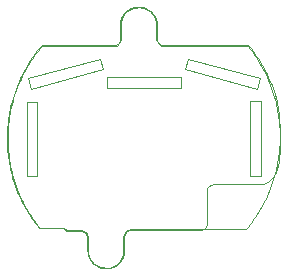
<source format=gm1>
G04*
G04 #@! TF.GenerationSoftware,Altium Limited,Altium Designer,23.0.1 (38)*
G04*
G04 Layer_Color=16711935*
%FSLAX25Y25*%
%MOIN*%
G70*
G04*
G04 #@! TF.SameCoordinates,C8DA3EBC-D80D-4B36-BEA7-CCC05AEA56C0*
G04*
G04*
G04 #@! TF.FilePolarity,Positive*
G04*
G01*
G75*
%ADD42C,0.00000*%
%ADD43C,0.00400*%
D42*
X317576Y151749D02*
X317980Y151102D01*
X318699Y150848D01*
X309333Y151983D02*
X309584Y151749D01*
X310171Y212642D02*
X309528Y211878D01*
X308903Y211101D01*
X308293Y210311D01*
X307701Y209508D01*
X307125Y208693D01*
X306567Y207866D01*
X306026Y207028D01*
X305503Y206178D01*
X304999Y205317D01*
X304512Y204446D01*
X304044Y203565D01*
X303595Y202674D01*
X303164Y201774D01*
X302753Y200865D01*
X302361Y199948D01*
X301988Y199022D01*
X301635Y198089D01*
X301301Y197149D01*
X300988Y196202D01*
X300694Y195248D01*
X300421Y194289D01*
X300168Y193323D01*
X299936Y192353D01*
X299724Y191378D01*
X299532Y190399D01*
X299361Y189416D01*
X299212Y188429D01*
X299082Y187440D01*
X298974Y186448D01*
X298887Y185454D01*
X298820Y184459D01*
X298775Y183462D01*
X298751Y182465D01*
X298748Y181467D01*
X298765Y180470D01*
X298804Y179472D01*
X298864Y178477D01*
X298945Y177482D01*
X299047Y176489D01*
X299169Y175499D01*
X299313Y174512D01*
X299477Y173528D01*
X299662Y172547D01*
X299868Y171571D01*
X300094Y170599D01*
X300341Y169633D01*
X300608Y168671D01*
X300895Y167716D01*
X301202Y166767D01*
X301529Y165824D01*
X301876Y164889D01*
X302243Y163961D01*
X302629Y163041D01*
X303034Y162129D01*
X303459Y161226D01*
X303903Y160332D01*
X304365Y159448D01*
X304846Y158574D01*
X305345Y157710D01*
X305862Y156857D01*
X306397Y156015D01*
X306950Y155184D01*
X307520Y154365D01*
X308107Y153559D01*
X308712Y152765D01*
X309332Y151984D01*
X310364Y212729D02*
X310171Y212642D01*
X334330Y212730D02*
X334300Y212732D01*
X334328Y212730D02*
X334330Y212730D01*
X334330D02*
X335297Y212871D01*
X336068Y213471D01*
X336443Y214372D01*
X336441Y214408D02*
X336443Y214372D01*
X336442Y219730D02*
X336441Y219700D01*
X348751Y219604D02*
X348654Y220599D01*
X348397Y221565D01*
X347987Y222477D01*
X347435Y223311D01*
X346755Y224044D01*
X345966Y224658D01*
X345087Y225135D01*
X344143Y225464D01*
X343158Y225636D01*
X342158Y225646D01*
X341170Y225495D01*
X340219Y225185D01*
X339331Y224725D01*
X338529Y224128D01*
X337835Y223409D01*
X337265Y222587D01*
X336837Y221684D01*
X336560Y220723D01*
X336442Y219730D01*
X348751Y219600D02*
X348751Y219604D01*
X348746Y219548D02*
X348751Y219600D01*
X348751Y219500D02*
X348746Y219548D01*
X348753Y215010D02*
X348751Y215035D01*
X348753Y215010D02*
X348966Y214118D01*
X349503Y213376D01*
X350284Y212896D01*
X351188Y212751D01*
X351200Y212752D02*
X351188Y212751D01*
X379427Y212500D02*
X379176Y212752D01*
X379430Y212499D02*
X379427Y212500D01*
X387415Y198403D02*
X387061Y199356D01*
X386686Y200302D01*
X386292Y201240D01*
X385878Y202170D01*
X385444Y203090D01*
X384990Y204000D01*
X384517Y204901D01*
X384025Y205792D01*
X383514Y206672D01*
X382985Y207541D01*
X382437Y208398D01*
X381871Y209243D01*
X381287Y210076D01*
X380685Y210897D01*
X380066Y211704D01*
X379430Y212499D01*
X388930Y193226D02*
X388700Y194281D01*
X388432Y195327D01*
X388129Y196364D01*
X387790Y197389D01*
X387415Y198403D01*
X389500Y188100D02*
X389457Y189132D01*
X389379Y190161D01*
X389264Y191188D01*
X389115Y192209D01*
X388930Y193226D01*
X389769Y181703D02*
X389801Y182771D01*
X389802Y183840D01*
X389773Y184907D01*
X389712Y185974D01*
X389621Y187039D01*
X389500Y188100D01*
X389500Y175000D02*
X389609Y175953D01*
X389695Y176909D01*
X389757Y177867D01*
X389795Y178825D01*
X389810Y179785D01*
X389801Y180744D01*
X389769Y181703D01*
X388930Y171660D02*
X389185Y172762D01*
X389375Y173876D01*
X389500Y175000D01*
X384100Y166517D02*
X385072Y166916D01*
X385977Y167448D01*
X386797Y168104D01*
X387516Y168869D01*
X388119Y169729D01*
X388593Y170666D01*
X388930Y171660D01*
X367683Y166517D02*
X366811Y166340D01*
X366072Y165845D01*
X365577Y165106D01*
X365400Y164235D01*
X363568Y151268D02*
X364391Y151591D01*
X365028Y152205D01*
X365382Y153015D01*
X365399Y153899D01*
X340245Y151265D02*
X339341Y151078D01*
X338574Y150563D01*
X338058Y149797D01*
X337870Y148893D01*
X337869Y144278D02*
X337867Y144298D01*
X325560Y144388D02*
X325659Y143394D01*
X325917Y142429D01*
X326329Y141519D01*
X326882Y140687D01*
X327562Y139955D01*
X328352Y139344D01*
X329230Y138868D01*
X330174Y138540D01*
X331158Y138370D01*
X332157Y138360D01*
X333145Y138513D01*
X334094Y138823D01*
X334981Y139283D01*
X335782Y139880D01*
X336476Y140599D01*
X337044Y141421D01*
X337472Y142324D01*
X337748Y143284D01*
X337865Y144276D01*
X325559Y144406D02*
X325559Y144402D01*
X325559Y144401D02*
X325560Y144388D01*
X325559Y144400D02*
X325560Y144386D01*
X325556Y148989D02*
X325218Y149970D01*
X324435Y150651D01*
X323417Y150849D01*
X323400Y150848D02*
X323417Y150849D01*
X317576Y151749D02*
X317980Y151102D01*
X318699Y150848D01*
X309333Y151983D02*
X309584Y151749D01*
X310171Y212642D02*
X309528Y211878D01*
X308903Y211101D01*
X308293Y210311D01*
X307701Y209508D01*
X307125Y208693D01*
X306567Y207866D01*
X306026Y207028D01*
X305503Y206178D01*
X304999Y205317D01*
X304512Y204446D01*
X304044Y203565D01*
X303595Y202674D01*
X303164Y201774D01*
X302753Y200865D01*
X302361Y199948D01*
X301988Y199022D01*
X301635Y198089D01*
X301301Y197149D01*
X300988Y196202D01*
X300694Y195248D01*
X300421Y194289D01*
X300168Y193323D01*
X299936Y192353D01*
X299724Y191378D01*
X299532Y190399D01*
X299361Y189416D01*
X299212Y188429D01*
X299082Y187440D01*
X298974Y186448D01*
X298887Y185454D01*
X298820Y184459D01*
X298775Y183462D01*
X298751Y182465D01*
X298748Y181467D01*
X298765Y180470D01*
X298804Y179472D01*
X298864Y178477D01*
X298945Y177482D01*
X299047Y176489D01*
X299169Y175499D01*
X299313Y174512D01*
X299477Y173528D01*
X299662Y172547D01*
X299868Y171571D01*
X300094Y170599D01*
X300341Y169633D01*
X300608Y168671D01*
X300895Y167716D01*
X301202Y166767D01*
X301529Y165824D01*
X301876Y164889D01*
X302243Y163961D01*
X302629Y163041D01*
X303034Y162129D01*
X303459Y161226D01*
X303903Y160332D01*
X304365Y159448D01*
X304846Y158574D01*
X305345Y157710D01*
X305862Y156857D01*
X306397Y156015D01*
X306950Y155184D01*
X307520Y154365D01*
X308107Y153559D01*
X308712Y152765D01*
X309332Y151984D01*
X310364Y212729D02*
X310171Y212642D01*
X334330Y212730D02*
X334300Y212732D01*
X334328Y212730D02*
X334330Y212730D01*
X334330D02*
X335297Y212871D01*
X336068Y213471D01*
X336443Y214372D01*
X336441Y214408D02*
X336443Y214372D01*
X336442Y219730D02*
X336441Y219700D01*
X348751Y219604D02*
X348654Y220599D01*
X348397Y221565D01*
X347987Y222477D01*
X347435Y223311D01*
X346755Y224044D01*
X345966Y224658D01*
X345087Y225135D01*
X344143Y225464D01*
X343158Y225636D01*
X342158Y225646D01*
X341170Y225495D01*
X340219Y225185D01*
X339331Y224725D01*
X338529Y224128D01*
X337835Y223409D01*
X337265Y222587D01*
X336837Y221684D01*
X336560Y220723D01*
X336442Y219730D01*
X348751Y219600D02*
X348751Y219604D01*
X348746Y219548D02*
X348751Y219600D01*
X348751Y219500D02*
X348746Y219548D01*
X348753Y215010D02*
X348751Y215035D01*
X348753Y215010D02*
X348966Y214118D01*
X349503Y213376D01*
X350284Y212896D01*
X351188Y212751D01*
X351200Y212752D02*
X351188Y212751D01*
X379427Y212500D02*
X379176Y212752D01*
X379430Y212499D02*
X379427Y212500D01*
X387415Y198403D02*
X387061Y199356D01*
X386686Y200302D01*
X386292Y201240D01*
X385878Y202170D01*
X385444Y203090D01*
X384990Y204000D01*
X384517Y204901D01*
X384025Y205792D01*
X383514Y206672D01*
X382985Y207541D01*
X382437Y208398D01*
X381871Y209243D01*
X381287Y210076D01*
X380685Y210897D01*
X380066Y211704D01*
X379430Y212499D01*
X388930Y193226D02*
X388700Y194281D01*
X388432Y195327D01*
X388129Y196364D01*
X387790Y197389D01*
X387415Y198403D01*
X389500Y188100D02*
X389457Y189132D01*
X389379Y190161D01*
X389264Y191188D01*
X389115Y192209D01*
X388930Y193226D01*
X389769Y181703D02*
X389801Y182771D01*
X389802Y183840D01*
X389773Y184907D01*
X389712Y185974D01*
X389621Y187039D01*
X389500Y188100D01*
X389500Y175000D02*
X389609Y175953D01*
X389695Y176909D01*
X389757Y177867D01*
X389795Y178825D01*
X389810Y179785D01*
X389801Y180744D01*
X389769Y181703D01*
X388930Y171660D02*
X389185Y172762D01*
X389375Y173876D01*
X389500Y175000D01*
X384100Y166517D02*
X385072Y166916D01*
X385977Y167448D01*
X386797Y168104D01*
X387516Y168869D01*
X388119Y169729D01*
X388593Y170666D01*
X388930Y171660D01*
X367683Y166517D02*
X366811Y166340D01*
X366072Y165845D01*
X365577Y165106D01*
X365400Y164235D01*
X363568Y151268D02*
X364391Y151591D01*
X365028Y152205D01*
X365382Y153015D01*
X365399Y153899D01*
X340245Y151265D02*
X339341Y151078D01*
X338574Y150563D01*
X338058Y149797D01*
X337870Y148893D01*
X337869Y144278D02*
X337867Y144298D01*
X325560Y144388D02*
X325659Y143394D01*
X325917Y142429D01*
X326329Y141519D01*
X326882Y140687D01*
X327562Y139955D01*
X328352Y139344D01*
X329230Y138868D01*
X330174Y138540D01*
X331158Y138370D01*
X332157Y138360D01*
X333145Y138513D01*
X334094Y138823D01*
X334981Y139283D01*
X335782Y139880D01*
X336476Y140599D01*
X337044Y141421D01*
X337472Y142324D01*
X337748Y143284D01*
X337865Y144276D01*
X325559Y144406D02*
X325559Y144402D01*
X325559Y144401D02*
X325560Y144388D01*
X325559Y144400D02*
X325560Y144386D01*
X325556Y148989D02*
X325218Y149970D01*
X324435Y150651D01*
X323417Y150849D01*
X323400Y150848D02*
X323417Y150849D01*
X317576Y151749D02*
X317980Y151102D01*
X318699Y150848D01*
X309333Y151983D02*
X309584Y151749D01*
X310171Y212642D02*
X309528Y211878D01*
X308903Y211101D01*
X308293Y210311D01*
X307701Y209508D01*
X307125Y208693D01*
X306567Y207866D01*
X306026Y207028D01*
X305503Y206178D01*
X304999Y205317D01*
X304512Y204446D01*
X304044Y203565D01*
X303595Y202674D01*
X303164Y201774D01*
X302753Y200865D01*
X302361Y199948D01*
X301988Y199022D01*
X301635Y198089D01*
X301301Y197149D01*
X300988Y196202D01*
X300694Y195248D01*
X300421Y194289D01*
X300168Y193323D01*
X299936Y192353D01*
X299724Y191378D01*
X299532Y190399D01*
X299361Y189416D01*
X299212Y188429D01*
X299082Y187440D01*
X298974Y186448D01*
X298887Y185454D01*
X298820Y184459D01*
X298775Y183462D01*
X298751Y182465D01*
X298748Y181467D01*
X298765Y180470D01*
X298804Y179472D01*
X298864Y178477D01*
X298945Y177482D01*
X299047Y176489D01*
X299169Y175499D01*
X299313Y174512D01*
X299477Y173528D01*
X299662Y172547D01*
X299868Y171571D01*
X300094Y170599D01*
X300341Y169633D01*
X300608Y168671D01*
X300895Y167716D01*
X301202Y166767D01*
X301529Y165824D01*
X301876Y164889D01*
X302243Y163961D01*
X302629Y163041D01*
X303034Y162129D01*
X303459Y161226D01*
X303903Y160332D01*
X304365Y159448D01*
X304846Y158574D01*
X305345Y157710D01*
X305862Y156857D01*
X306397Y156015D01*
X306950Y155184D01*
X307520Y154365D01*
X308107Y153559D01*
X308712Y152765D01*
X309332Y151984D01*
X310364Y212729D02*
X310171Y212642D01*
X334330Y212730D02*
X334300Y212732D01*
X334328Y212730D02*
X334330Y212730D01*
X334330D02*
X335297Y212871D01*
X336068Y213471D01*
X336443Y214372D01*
X336441Y214408D02*
X336443Y214372D01*
X336442Y219730D02*
X336441Y219700D01*
X348751Y219604D02*
X348654Y220599D01*
X348397Y221565D01*
X347987Y222477D01*
X347435Y223311D01*
X346755Y224044D01*
X345966Y224658D01*
X345087Y225135D01*
X344143Y225464D01*
X343158Y225636D01*
X342158Y225646D01*
X341170Y225495D01*
X340219Y225185D01*
X339331Y224725D01*
X338529Y224128D01*
X337835Y223409D01*
X337265Y222587D01*
X336837Y221684D01*
X336560Y220723D01*
X336442Y219730D01*
X348751Y219600D02*
X348751Y219604D01*
X348746Y219548D02*
X348751Y219600D01*
X348751Y219500D02*
X348746Y219548D01*
X348753Y215010D02*
X348751Y215035D01*
X348753Y215010D02*
X348966Y214118D01*
X349503Y213376D01*
X350284Y212896D01*
X351188Y212751D01*
X351200Y212752D02*
X351188Y212751D01*
X379427Y212500D02*
X379176Y212752D01*
X379430Y212499D02*
X379427Y212500D01*
X387415Y198403D02*
X387061Y199356D01*
X386686Y200302D01*
X386292Y201240D01*
X385878Y202170D01*
X385444Y203090D01*
X384990Y204000D01*
X384517Y204901D01*
X384025Y205792D01*
X383514Y206672D01*
X382985Y207541D01*
X382437Y208398D01*
X381871Y209243D01*
X381287Y210076D01*
X380685Y210897D01*
X380066Y211704D01*
X379430Y212499D01*
X388930Y193226D02*
X388700Y194281D01*
X388432Y195327D01*
X388129Y196364D01*
X387790Y197389D01*
X387415Y198403D01*
X389500Y188100D02*
X389457Y189132D01*
X389379Y190161D01*
X389264Y191188D01*
X389115Y192209D01*
X388930Y193226D01*
X389769Y181703D02*
X389801Y182771D01*
X389802Y183840D01*
X389773Y184907D01*
X389712Y185974D01*
X389621Y187039D01*
X389500Y188100D01*
X389500Y175000D02*
X389609Y175953D01*
X389695Y176909D01*
X389757Y177867D01*
X389795Y178825D01*
X389810Y179785D01*
X389801Y180744D01*
X389769Y181703D01*
X388930Y171660D02*
X389185Y172762D01*
X389375Y173876D01*
X389500Y175000D01*
X384100Y166517D02*
X385072Y166916D01*
X385977Y167448D01*
X386797Y168104D01*
X387516Y168869D01*
X388119Y169729D01*
X388593Y170666D01*
X388930Y171660D01*
X367683Y166517D02*
X366811Y166340D01*
X366072Y165845D01*
X365577Y165106D01*
X365400Y164235D01*
X363568Y151268D02*
X364391Y151591D01*
X365028Y152205D01*
X365382Y153015D01*
X365399Y153899D01*
X340245Y151265D02*
X339341Y151078D01*
X338574Y150563D01*
X338058Y149797D01*
X337870Y148893D01*
X337869Y144278D02*
X337867Y144298D01*
X325560Y144388D02*
X325659Y143394D01*
X325917Y142429D01*
X326329Y141519D01*
X326882Y140687D01*
X327562Y139955D01*
X328352Y139344D01*
X329230Y138868D01*
X330174Y138540D01*
X331158Y138370D01*
X332157Y138360D01*
X333145Y138513D01*
X334094Y138823D01*
X334981Y139283D01*
X335782Y139880D01*
X336476Y140599D01*
X337044Y141421D01*
X337472Y142324D01*
X337748Y143284D01*
X337865Y144276D01*
X325559Y144406D02*
X325559Y144402D01*
X325559Y144401D02*
X325560Y144388D01*
X325559Y144400D02*
X325560Y144386D01*
X325556Y148989D02*
X325218Y149970D01*
X324435Y150651D01*
X323417Y150849D01*
X323400Y150848D02*
X323417Y150849D01*
X317576Y151749D02*
X317980Y151102D01*
X318699Y150848D01*
X309333Y151983D02*
X309584Y151749D01*
X310171Y212642D02*
X309528Y211878D01*
X308903Y211101D01*
X308293Y210311D01*
X307701Y209508D01*
X307125Y208693D01*
X306567Y207866D01*
X306026Y207028D01*
X305503Y206178D01*
X304999Y205317D01*
X304512Y204446D01*
X304044Y203565D01*
X303595Y202674D01*
X303164Y201774D01*
X302753Y200865D01*
X302361Y199948D01*
X301988Y199022D01*
X301635Y198089D01*
X301301Y197149D01*
X300988Y196202D01*
X300694Y195248D01*
X300421Y194289D01*
X300168Y193323D01*
X299936Y192353D01*
X299724Y191378D01*
X299532Y190399D01*
X299361Y189416D01*
X299212Y188429D01*
X299082Y187440D01*
X298974Y186448D01*
X298887Y185454D01*
X298820Y184459D01*
X298775Y183462D01*
X298751Y182465D01*
X298748Y181467D01*
X298765Y180470D01*
X298804Y179472D01*
X298864Y178477D01*
X298945Y177482D01*
X299047Y176489D01*
X299169Y175499D01*
X299313Y174512D01*
X299477Y173528D01*
X299662Y172547D01*
X299868Y171571D01*
X300094Y170599D01*
X300341Y169633D01*
X300608Y168671D01*
X300895Y167716D01*
X301202Y166767D01*
X301529Y165824D01*
X301876Y164889D01*
X302243Y163961D01*
X302629Y163041D01*
X303034Y162129D01*
X303459Y161226D01*
X303903Y160332D01*
X304365Y159448D01*
X304846Y158574D01*
X305345Y157710D01*
X305862Y156857D01*
X306397Y156015D01*
X306950Y155184D01*
X307520Y154365D01*
X308107Y153559D01*
X308712Y152765D01*
X309332Y151984D01*
X310364Y212729D02*
X310171Y212642D01*
X334330Y212730D02*
X334300Y212732D01*
X334328Y212730D02*
X334330Y212730D01*
X334330D02*
X335297Y212871D01*
X336068Y213471D01*
X336443Y214372D01*
X336441Y214408D02*
X336443Y214372D01*
X336442Y219730D02*
X336441Y219700D01*
X348751Y219604D02*
X348654Y220599D01*
X348397Y221565D01*
X347987Y222477D01*
X347435Y223311D01*
X346755Y224044D01*
X345966Y224658D01*
X345087Y225135D01*
X344143Y225464D01*
X343158Y225636D01*
X342158Y225646D01*
X341170Y225495D01*
X340219Y225185D01*
X339331Y224725D01*
X338529Y224128D01*
X337835Y223409D01*
X337265Y222587D01*
X336837Y221684D01*
X336560Y220723D01*
X336442Y219730D01*
X348751Y219600D02*
X348751Y219604D01*
X348746Y219548D02*
X348751Y219600D01*
X348751Y219500D02*
X348746Y219548D01*
X348753Y215010D02*
X348751Y215035D01*
X348753Y215010D02*
X348966Y214118D01*
X349503Y213376D01*
X350284Y212896D01*
X351188Y212751D01*
X351200Y212752D02*
X351188Y212751D01*
X379427Y212500D02*
X379176Y212752D01*
X379430Y212499D02*
X379427Y212500D01*
X387415Y198403D02*
X387061Y199356D01*
X386686Y200302D01*
X386292Y201240D01*
X385878Y202170D01*
X385444Y203090D01*
X384990Y204000D01*
X384517Y204901D01*
X384025Y205792D01*
X383514Y206672D01*
X382985Y207541D01*
X382437Y208398D01*
X381871Y209243D01*
X381287Y210076D01*
X380685Y210897D01*
X380066Y211704D01*
X379430Y212499D01*
X388930Y193226D02*
X388700Y194281D01*
X388432Y195327D01*
X388129Y196364D01*
X387790Y197389D01*
X387415Y198403D01*
X389500Y188100D02*
X389457Y189132D01*
X389379Y190161D01*
X389264Y191188D01*
X389115Y192209D01*
X388930Y193226D01*
X389769Y181703D02*
X389801Y182771D01*
X389802Y183840D01*
X389773Y184907D01*
X389712Y185974D01*
X389621Y187039D01*
X389500Y188100D01*
X389500Y175000D02*
X389609Y175953D01*
X389695Y176909D01*
X389757Y177867D01*
X389795Y178825D01*
X389810Y179785D01*
X389801Y180744D01*
X389769Y181703D01*
X388930Y171660D02*
X389185Y172762D01*
X389375Y173876D01*
X389500Y175000D01*
X384100Y166517D02*
X385072Y166916D01*
X385977Y167448D01*
X386797Y168104D01*
X387516Y168869D01*
X388119Y169729D01*
X388593Y170666D01*
X388930Y171660D01*
X367683Y166517D02*
X366811Y166340D01*
X366072Y165845D01*
X365577Y165106D01*
X365400Y164235D01*
X363568Y151268D02*
X364391Y151591D01*
X365028Y152205D01*
X365382Y153015D01*
X365399Y153899D01*
X340245Y151265D02*
X339341Y151078D01*
X338574Y150563D01*
X338058Y149797D01*
X337870Y148893D01*
X337869Y144278D02*
X337867Y144298D01*
X325560Y144388D02*
X325659Y143394D01*
X325917Y142429D01*
X326329Y141519D01*
X326882Y140687D01*
X327562Y139955D01*
X328352Y139344D01*
X329230Y138868D01*
X330174Y138540D01*
X331158Y138370D01*
X332157Y138360D01*
X333145Y138513D01*
X334094Y138823D01*
X334981Y139283D01*
X335782Y139880D01*
X336476Y140599D01*
X337044Y141421D01*
X337472Y142324D01*
X337748Y143284D01*
X337865Y144276D01*
X325559Y144406D02*
X325559Y144402D01*
X325559Y144401D02*
X325560Y144388D01*
X325559Y144400D02*
X325560Y144386D01*
X325556Y148989D02*
X325218Y149970D01*
X324435Y150651D01*
X323417Y150849D01*
X323400Y150848D02*
X323417Y150849D01*
X317576Y151749D02*
X317980Y151102D01*
X318699Y150848D01*
X309333Y151983D02*
X309584Y151749D01*
X310171Y212642D02*
X309528Y211878D01*
X308903Y211101D01*
X308293Y210311D01*
X307701Y209508D01*
X307125Y208693D01*
X306567Y207866D01*
X306026Y207028D01*
X305503Y206178D01*
X304999Y205317D01*
X304512Y204446D01*
X304044Y203565D01*
X303595Y202674D01*
X303164Y201774D01*
X302753Y200865D01*
X302361Y199948D01*
X301988Y199022D01*
X301635Y198089D01*
X301301Y197149D01*
X300988Y196202D01*
X300694Y195248D01*
X300421Y194289D01*
X300168Y193323D01*
X299936Y192353D01*
X299724Y191378D01*
X299532Y190399D01*
X299361Y189416D01*
X299212Y188429D01*
X299082Y187440D01*
X298974Y186448D01*
X298887Y185454D01*
X298820Y184459D01*
X298775Y183462D01*
X298751Y182465D01*
X298748Y181467D01*
X298765Y180470D01*
X298804Y179472D01*
X298864Y178477D01*
X298945Y177482D01*
X299047Y176489D01*
X299169Y175499D01*
X299313Y174512D01*
X299477Y173528D01*
X299662Y172547D01*
X299868Y171571D01*
X300094Y170599D01*
X300341Y169633D01*
X300608Y168671D01*
X300895Y167716D01*
X301202Y166767D01*
X301529Y165824D01*
X301876Y164889D01*
X302243Y163961D01*
X302629Y163041D01*
X303034Y162129D01*
X303459Y161226D01*
X303903Y160332D01*
X304365Y159448D01*
X304846Y158574D01*
X305345Y157710D01*
X305862Y156857D01*
X306397Y156015D01*
X306950Y155184D01*
X307520Y154365D01*
X308107Y153559D01*
X308712Y152765D01*
X309332Y151984D01*
X310364Y212729D02*
X310171Y212642D01*
X334330Y212730D02*
X334300Y212732D01*
X334328Y212730D02*
X334330Y212730D01*
X334330D02*
X335297Y212871D01*
X336068Y213471D01*
X336443Y214372D01*
X336441Y214408D02*
X336443Y214372D01*
X336442Y219730D02*
X336441Y219700D01*
X348751Y219604D02*
X348654Y220599D01*
X348397Y221565D01*
X347987Y222477D01*
X347435Y223311D01*
X346755Y224044D01*
X345966Y224658D01*
X345087Y225135D01*
X344143Y225464D01*
X343158Y225636D01*
X342158Y225646D01*
X341170Y225495D01*
X340219Y225185D01*
X339331Y224725D01*
X338529Y224128D01*
X337835Y223409D01*
X337265Y222587D01*
X336837Y221684D01*
X336560Y220723D01*
X336442Y219730D01*
X348751Y219600D02*
X348751Y219604D01*
X348746Y219548D02*
X348751Y219600D01*
X348751Y219500D02*
X348746Y219548D01*
X348753Y215010D02*
X348751Y215035D01*
X348753Y215010D02*
X348966Y214118D01*
X349503Y213376D01*
X350284Y212896D01*
X351188Y212751D01*
X351200Y212752D02*
X351188Y212751D01*
X379427Y212500D02*
X379176Y212752D01*
X379430Y212499D02*
X379427Y212500D01*
X387415Y198403D02*
X387061Y199356D01*
X386686Y200302D01*
X386292Y201240D01*
X385878Y202170D01*
X385444Y203090D01*
X384990Y204000D01*
X384517Y204901D01*
X384025Y205792D01*
X383514Y206672D01*
X382985Y207541D01*
X382437Y208398D01*
X381871Y209243D01*
X381287Y210076D01*
X380685Y210897D01*
X380066Y211704D01*
X379430Y212499D01*
X388930Y193226D02*
X388700Y194281D01*
X388432Y195327D01*
X388129Y196364D01*
X387790Y197389D01*
X387415Y198403D01*
X389500Y188100D02*
X389457Y189132D01*
X389379Y190161D01*
X389264Y191188D01*
X389115Y192209D01*
X388930Y193226D01*
X389769Y181703D02*
X389801Y182771D01*
X389802Y183840D01*
X389773Y184907D01*
X389712Y185974D01*
X389621Y187039D01*
X389500Y188100D01*
X389500Y175000D02*
X389609Y175953D01*
X389695Y176909D01*
X389757Y177867D01*
X389795Y178825D01*
X389810Y179785D01*
X389801Y180744D01*
X389769Y181703D01*
X388930Y171660D02*
X389185Y172762D01*
X389375Y173876D01*
X389500Y175000D01*
X384100Y166517D02*
X385072Y166916D01*
X385977Y167448D01*
X386797Y168104D01*
X387516Y168869D01*
X388119Y169729D01*
X388593Y170666D01*
X388930Y171660D01*
X367683Y166517D02*
X366811Y166340D01*
X366072Y165845D01*
X365577Y165106D01*
X365400Y164235D01*
X363568Y151268D02*
X364391Y151591D01*
X365028Y152205D01*
X365382Y153015D01*
X365399Y153899D01*
X340245Y151265D02*
X339341Y151078D01*
X338574Y150563D01*
X338058Y149797D01*
X337870Y148893D01*
X337869Y144278D02*
X337867Y144298D01*
X325560Y144388D02*
X325659Y143394D01*
X325917Y142429D01*
X326329Y141519D01*
X326882Y140687D01*
X327562Y139955D01*
X328352Y139344D01*
X329230Y138868D01*
X330174Y138540D01*
X331158Y138370D01*
X332157Y138360D01*
X333145Y138513D01*
X334094Y138823D01*
X334981Y139283D01*
X335782Y139880D01*
X336476Y140599D01*
X337044Y141421D01*
X337472Y142324D01*
X337748Y143284D01*
X337865Y144276D01*
X325559Y144406D02*
X325559Y144402D01*
X325559Y144401D02*
X325560Y144388D01*
X325559Y144400D02*
X325560Y144386D01*
X325556Y148989D02*
X325218Y149970D01*
X324435Y150651D01*
X323417Y150849D01*
X323400Y150848D02*
X323417Y150849D01*
X317576Y151749D02*
X317980Y151102D01*
X318699Y150848D01*
X309333Y151983D02*
X309584Y151749D01*
X310171Y212642D02*
X309528Y211878D01*
X308903Y211101D01*
X308293Y210311D01*
X307701Y209508D01*
X307125Y208693D01*
X306567Y207866D01*
X306026Y207028D01*
X305503Y206178D01*
X304999Y205317D01*
X304512Y204446D01*
X304044Y203565D01*
X303595Y202674D01*
X303164Y201774D01*
X302753Y200865D01*
X302361Y199948D01*
X301988Y199022D01*
X301635Y198089D01*
X301301Y197149D01*
X300988Y196202D01*
X300694Y195248D01*
X300421Y194289D01*
X300168Y193323D01*
X299936Y192353D01*
X299724Y191378D01*
X299532Y190399D01*
X299361Y189416D01*
X299212Y188429D01*
X299082Y187440D01*
X298974Y186448D01*
X298887Y185454D01*
X298820Y184459D01*
X298775Y183462D01*
X298751Y182465D01*
X298748Y181467D01*
X298765Y180470D01*
X298804Y179472D01*
X298864Y178477D01*
X298945Y177482D01*
X299047Y176489D01*
X299169Y175499D01*
X299313Y174512D01*
X299477Y173528D01*
X299662Y172547D01*
X299868Y171571D01*
X300094Y170599D01*
X300341Y169633D01*
X300608Y168671D01*
X300895Y167716D01*
X301202Y166767D01*
X301529Y165824D01*
X301876Y164889D01*
X302243Y163961D01*
X302629Y163041D01*
X303034Y162129D01*
X303459Y161226D01*
X303903Y160332D01*
X304365Y159448D01*
X304846Y158574D01*
X305345Y157710D01*
X305862Y156857D01*
X306397Y156015D01*
X306950Y155184D01*
X307520Y154365D01*
X308107Y153559D01*
X308712Y152765D01*
X309332Y151984D01*
X310364Y212729D02*
X310171Y212642D01*
X334330Y212730D02*
X334300Y212732D01*
X334328Y212730D02*
X334330Y212730D01*
X334330D02*
X335297Y212871D01*
X336068Y213471D01*
X336443Y214372D01*
X336441Y214408D02*
X336443Y214372D01*
X336442Y219730D02*
X336441Y219700D01*
X348751Y219604D02*
X348654Y220599D01*
X348397Y221565D01*
X347987Y222477D01*
X347435Y223311D01*
X346755Y224044D01*
X345966Y224658D01*
X345087Y225135D01*
X344143Y225464D01*
X343158Y225636D01*
X342158Y225646D01*
X341170Y225495D01*
X340219Y225185D01*
X339331Y224725D01*
X338529Y224128D01*
X337835Y223409D01*
X337265Y222587D01*
X336837Y221684D01*
X336560Y220723D01*
X336442Y219730D01*
X348751Y219600D02*
X348751Y219604D01*
X348746Y219548D02*
X348751Y219600D01*
X348751Y219500D02*
X348746Y219548D01*
X348753Y215010D02*
X348751Y215035D01*
X348753Y215010D02*
X348966Y214118D01*
X349503Y213376D01*
X350284Y212896D01*
X351188Y212751D01*
X351200Y212752D02*
X351188Y212751D01*
X379427Y212500D02*
X379176Y212752D01*
X379430Y212499D02*
X379427Y212500D01*
X387415Y198403D02*
X387061Y199356D01*
X386686Y200302D01*
X386292Y201240D01*
X385878Y202170D01*
X385444Y203090D01*
X384990Y204000D01*
X384517Y204901D01*
X384025Y205792D01*
X383514Y206672D01*
X382985Y207541D01*
X382437Y208398D01*
X381871Y209243D01*
X381287Y210076D01*
X380685Y210897D01*
X380066Y211704D01*
X379430Y212499D01*
X388930Y193226D02*
X388700Y194281D01*
X388432Y195327D01*
X388129Y196364D01*
X387790Y197389D01*
X387415Y198403D01*
X389500Y188100D02*
X389457Y189132D01*
X389379Y190161D01*
X389264Y191188D01*
X389115Y192209D01*
X388930Y193226D01*
X389769Y181703D02*
X389801Y182771D01*
X389802Y183840D01*
X389773Y184907D01*
X389712Y185974D01*
X389621Y187039D01*
X389500Y188100D01*
X389500Y175000D02*
X389609Y175953D01*
X389695Y176909D01*
X389757Y177867D01*
X389795Y178825D01*
X389810Y179785D01*
X389801Y180744D01*
X389769Y181703D01*
X388930Y171660D02*
X389185Y172762D01*
X389375Y173876D01*
X389500Y175000D01*
X384100Y166517D02*
X385072Y166916D01*
X385977Y167448D01*
X386797Y168104D01*
X387516Y168869D01*
X388119Y169729D01*
X388593Y170666D01*
X388930Y171660D01*
X367683Y166517D02*
X366811Y166340D01*
X366072Y165845D01*
X365577Y165106D01*
X365400Y164235D01*
X363568Y151268D02*
X364391Y151591D01*
X365028Y152205D01*
X365382Y153015D01*
X365399Y153899D01*
X340245Y151265D02*
X339341Y151078D01*
X338574Y150563D01*
X338058Y149797D01*
X337870Y148893D01*
X337869Y144278D02*
X337867Y144298D01*
X325560Y144388D02*
X325659Y143394D01*
X325917Y142429D01*
X326329Y141519D01*
X326882Y140687D01*
X327562Y139955D01*
X328352Y139344D01*
X329230Y138868D01*
X330174Y138540D01*
X331158Y138370D01*
X332157Y138360D01*
X333145Y138513D01*
X334094Y138823D01*
X334981Y139283D01*
X335782Y139880D01*
X336476Y140599D01*
X337044Y141421D01*
X337472Y142324D01*
X337748Y143284D01*
X337865Y144276D01*
X325559Y144406D02*
X325559Y144402D01*
X325559Y144401D02*
X325560Y144388D01*
X325559Y144400D02*
X325560Y144386D01*
X325556Y148989D02*
X325218Y149970D01*
X324435Y150651D01*
X323417Y150849D01*
X323400Y150848D02*
X323417Y150849D01*
X317576Y151749D02*
X317980Y151102D01*
X318699Y150848D01*
X309333Y151983D02*
X309584Y151749D01*
X310171Y212642D02*
X309528Y211878D01*
X308903Y211101D01*
X308293Y210311D01*
X307701Y209508D01*
X307125Y208693D01*
X306567Y207866D01*
X306026Y207028D01*
X305503Y206178D01*
X304999Y205317D01*
X304512Y204446D01*
X304044Y203565D01*
X303595Y202674D01*
X303164Y201774D01*
X302753Y200865D01*
X302361Y199948D01*
X301988Y199022D01*
X301635Y198089D01*
X301301Y197149D01*
X300988Y196202D01*
X300694Y195248D01*
X300421Y194289D01*
X300168Y193323D01*
X299936Y192353D01*
X299724Y191378D01*
X299532Y190399D01*
X299361Y189416D01*
X299212Y188429D01*
X299082Y187440D01*
X298974Y186448D01*
X298887Y185454D01*
X298820Y184459D01*
X298775Y183462D01*
X298751Y182465D01*
X298748Y181467D01*
X298765Y180470D01*
X298804Y179472D01*
X298864Y178477D01*
X298945Y177482D01*
X299047Y176489D01*
X299169Y175499D01*
X299313Y174512D01*
X299477Y173528D01*
X299662Y172547D01*
X299868Y171571D01*
X300094Y170599D01*
X300341Y169633D01*
X300608Y168671D01*
X300895Y167716D01*
X301202Y166767D01*
X301529Y165824D01*
X301876Y164889D01*
X302243Y163961D01*
X302629Y163041D01*
X303034Y162129D01*
X303459Y161226D01*
X303903Y160332D01*
X304365Y159448D01*
X304846Y158574D01*
X305345Y157710D01*
X305862Y156857D01*
X306397Y156015D01*
X306950Y155184D01*
X307520Y154365D01*
X308107Y153559D01*
X308712Y152765D01*
X309332Y151984D01*
X310364Y212729D02*
X310171Y212642D01*
X334330Y212730D02*
X334300Y212732D01*
X334328Y212730D02*
X334330Y212730D01*
X334330D02*
X335297Y212871D01*
X336068Y213471D01*
X336443Y214372D01*
X336441Y214408D02*
X336443Y214372D01*
X336442Y219730D02*
X336441Y219700D01*
X348751Y219604D02*
X348654Y220599D01*
X348397Y221565D01*
X347987Y222477D01*
X347435Y223311D01*
X346755Y224044D01*
X345966Y224658D01*
X345087Y225135D01*
X344143Y225464D01*
X343158Y225636D01*
X342158Y225646D01*
X341170Y225495D01*
X340219Y225185D01*
X339331Y224725D01*
X338529Y224128D01*
X337835Y223409D01*
X337265Y222587D01*
X336837Y221684D01*
X336560Y220723D01*
X336442Y219730D01*
X348751Y219600D02*
X348751Y219604D01*
X348746Y219548D02*
X348751Y219600D01*
X348751Y219500D02*
X348746Y219548D01*
X348753Y215010D02*
X348751Y215035D01*
X348753Y215010D02*
X348966Y214118D01*
X349503Y213376D01*
X350284Y212896D01*
X351188Y212751D01*
X351200Y212752D02*
X351188Y212751D01*
X379427Y212500D02*
X379176Y212752D01*
X379430Y212499D02*
X379427Y212500D01*
X387415Y198403D02*
X387061Y199356D01*
X386686Y200302D01*
X386292Y201240D01*
X385878Y202170D01*
X385444Y203090D01*
X384990Y204000D01*
X384517Y204901D01*
X384025Y205792D01*
X383514Y206672D01*
X382985Y207541D01*
X382437Y208398D01*
X381871Y209243D01*
X381287Y210076D01*
X380685Y210897D01*
X380066Y211704D01*
X379430Y212499D01*
X388930Y193226D02*
X388700Y194281D01*
X388432Y195327D01*
X388129Y196364D01*
X387790Y197389D01*
X387415Y198403D01*
X389500Y188100D02*
X389457Y189132D01*
X389379Y190161D01*
X389264Y191188D01*
X389115Y192209D01*
X388930Y193226D01*
X389769Y181703D02*
X389801Y182771D01*
X389802Y183840D01*
X389773Y184907D01*
X389712Y185974D01*
X389621Y187039D01*
X389500Y188100D01*
X389500Y175000D02*
X389609Y175953D01*
X389695Y176909D01*
X389757Y177867D01*
X389795Y178825D01*
X389810Y179785D01*
X389801Y180744D01*
X389769Y181703D01*
X388930Y171660D02*
X389185Y172762D01*
X389375Y173876D01*
X389500Y175000D01*
X384100Y166517D02*
X385072Y166916D01*
X385977Y167448D01*
X386797Y168104D01*
X387516Y168869D01*
X388119Y169729D01*
X388593Y170666D01*
X388930Y171660D01*
X367683Y166517D02*
X366811Y166340D01*
X366072Y165845D01*
X365577Y165106D01*
X365400Y164235D01*
X363568Y151268D02*
X364391Y151591D01*
X365028Y152205D01*
X365382Y153015D01*
X365399Y153899D01*
X340245Y151265D02*
X339341Y151078D01*
X338574Y150563D01*
X338058Y149797D01*
X337870Y148893D01*
X337869Y144278D02*
X337867Y144298D01*
X325560Y144388D02*
X325659Y143394D01*
X325917Y142429D01*
X326329Y141519D01*
X326882Y140687D01*
X327562Y139955D01*
X328352Y139344D01*
X329230Y138868D01*
X330174Y138540D01*
X331158Y138370D01*
X332157Y138360D01*
X333145Y138513D01*
X334094Y138823D01*
X334981Y139283D01*
X335782Y139880D01*
X336476Y140599D01*
X337044Y141421D01*
X337472Y142324D01*
X337748Y143284D01*
X337865Y144276D01*
X325559Y144406D02*
X325559Y144402D01*
X325559Y144401D02*
X325560Y144388D01*
X325559Y144400D02*
X325560Y144386D01*
X325556Y148989D02*
X325218Y149970D01*
X324435Y150651D01*
X323417Y150849D01*
X323400Y150848D02*
X323417Y150849D01*
X317576Y151749D02*
X317980Y151102D01*
X318699Y150848D01*
X309333Y151983D02*
X309584Y151749D01*
X310171Y212642D02*
X309528Y211878D01*
X308903Y211101D01*
X308293Y210311D01*
X307701Y209508D01*
X307125Y208693D01*
X306567Y207866D01*
X306026Y207028D01*
X305503Y206178D01*
X304999Y205317D01*
X304512Y204446D01*
X304044Y203565D01*
X303595Y202674D01*
X303164Y201774D01*
X302753Y200865D01*
X302361Y199948D01*
X301988Y199022D01*
X301635Y198089D01*
X301301Y197149D01*
X300988Y196202D01*
X300694Y195248D01*
X300421Y194289D01*
X300168Y193323D01*
X299936Y192353D01*
X299724Y191378D01*
X299532Y190399D01*
X299361Y189416D01*
X299212Y188429D01*
X299082Y187440D01*
X298974Y186448D01*
X298887Y185454D01*
X298820Y184459D01*
X298775Y183462D01*
X298751Y182465D01*
X298748Y181467D01*
X298765Y180470D01*
X298804Y179472D01*
X298864Y178477D01*
X298945Y177482D01*
X299047Y176489D01*
X299169Y175499D01*
X299313Y174512D01*
X299477Y173528D01*
X299662Y172547D01*
X299868Y171571D01*
X300094Y170599D01*
X300341Y169633D01*
X300608Y168671D01*
X300895Y167716D01*
X301202Y166767D01*
X301529Y165824D01*
X301876Y164889D01*
X302243Y163961D01*
X302629Y163041D01*
X303034Y162129D01*
X303459Y161226D01*
X303903Y160332D01*
X304365Y159448D01*
X304846Y158574D01*
X305345Y157710D01*
X305862Y156857D01*
X306397Y156015D01*
X306950Y155184D01*
X307520Y154365D01*
X308107Y153559D01*
X308712Y152765D01*
X309332Y151984D01*
X310364Y212729D02*
X310171Y212642D01*
X334330Y212730D02*
X334300Y212732D01*
X334328Y212730D02*
X334330Y212730D01*
X334330D02*
X335297Y212871D01*
X336068Y213471D01*
X336443Y214372D01*
X336441Y214408D02*
X336443Y214372D01*
X336442Y219730D02*
X336441Y219700D01*
X348751Y219604D02*
X348654Y220599D01*
X348397Y221565D01*
X347987Y222477D01*
X347435Y223311D01*
X346755Y224044D01*
X345966Y224658D01*
X345087Y225135D01*
X344143Y225464D01*
X343158Y225636D01*
X342158Y225646D01*
X341170Y225495D01*
X340219Y225185D01*
X339331Y224725D01*
X338529Y224128D01*
X337835Y223409D01*
X337265Y222587D01*
X336837Y221684D01*
X336560Y220723D01*
X336442Y219730D01*
X348751Y219600D02*
X348751Y219604D01*
X348746Y219548D02*
X348751Y219600D01*
X348751Y219500D02*
X348746Y219548D01*
X348753Y215010D02*
X348751Y215035D01*
X348753Y215010D02*
X348966Y214118D01*
X349503Y213376D01*
X350284Y212896D01*
X351188Y212751D01*
X351200Y212752D02*
X351188Y212751D01*
X379427Y212500D02*
X379176Y212752D01*
X379430Y212499D02*
X379427Y212500D01*
X387415Y198403D02*
X387061Y199356D01*
X386686Y200302D01*
X386292Y201240D01*
X385878Y202170D01*
X385444Y203090D01*
X384990Y204000D01*
X384517Y204901D01*
X384025Y205792D01*
X383514Y206672D01*
X382985Y207541D01*
X382437Y208398D01*
X381871Y209243D01*
X381287Y210076D01*
X380685Y210897D01*
X380066Y211704D01*
X379430Y212499D01*
X388930Y193226D02*
X388700Y194281D01*
X388432Y195327D01*
X388129Y196364D01*
X387790Y197389D01*
X387415Y198403D01*
X389500Y188100D02*
X389457Y189132D01*
X389379Y190161D01*
X389264Y191188D01*
X389115Y192209D01*
X388930Y193226D01*
X389769Y181703D02*
X389801Y182771D01*
X389802Y183840D01*
X389773Y184907D01*
X389712Y185974D01*
X389621Y187039D01*
X389500Y188100D01*
X389500Y175000D02*
X389609Y175953D01*
X389695Y176909D01*
X389757Y177867D01*
X389795Y178825D01*
X389810Y179785D01*
X389801Y180744D01*
X389769Y181703D01*
X388930Y171660D02*
X389185Y172762D01*
X389375Y173876D01*
X389500Y175000D01*
X384100Y166517D02*
X385072Y166916D01*
X385977Y167448D01*
X386797Y168104D01*
X387516Y168869D01*
X388119Y169729D01*
X388593Y170666D01*
X388930Y171660D01*
X367683Y166517D02*
X366811Y166340D01*
X366072Y165845D01*
X365577Y165106D01*
X365400Y164235D01*
X363568Y151268D02*
X364391Y151591D01*
X365028Y152205D01*
X365382Y153015D01*
X365399Y153899D01*
X340245Y151265D02*
X339341Y151078D01*
X338574Y150563D01*
X338058Y149797D01*
X337870Y148893D01*
X337869Y144278D02*
X337867Y144298D01*
X325560Y144388D02*
X325659Y143394D01*
X325917Y142429D01*
X326329Y141519D01*
X326882Y140687D01*
X327562Y139955D01*
X328352Y139344D01*
X329230Y138868D01*
X330174Y138540D01*
X331158Y138370D01*
X332157Y138360D01*
X333145Y138513D01*
X334094Y138823D01*
X334981Y139283D01*
X335782Y139880D01*
X336476Y140599D01*
X337044Y141421D01*
X337472Y142324D01*
X337748Y143284D01*
X337865Y144276D01*
X325559Y144406D02*
X325559Y144402D01*
X325559Y144401D02*
X325560Y144388D01*
X325559Y144400D02*
X325560Y144386D01*
X325556Y148989D02*
X325218Y149970D01*
X324435Y150651D01*
X323417Y150849D01*
X323400Y150848D02*
X323417Y150849D01*
X317576Y151749D02*
X317980Y151102D01*
X318699Y150848D01*
X309333Y151983D02*
X309584Y151749D01*
X310171Y212642D02*
X309528Y211878D01*
X308903Y211101D01*
X308293Y210311D01*
X307701Y209508D01*
X307125Y208693D01*
X306567Y207866D01*
X306026Y207028D01*
X305503Y206178D01*
X304999Y205317D01*
X304512Y204446D01*
X304044Y203565D01*
X303595Y202674D01*
X303164Y201774D01*
X302753Y200865D01*
X302361Y199948D01*
X301988Y199022D01*
X301635Y198089D01*
X301301Y197149D01*
X300988Y196202D01*
X300694Y195248D01*
X300421Y194289D01*
X300168Y193323D01*
X299936Y192353D01*
X299724Y191378D01*
X299532Y190399D01*
X299361Y189416D01*
X299212Y188429D01*
X299082Y187440D01*
X298974Y186448D01*
X298887Y185454D01*
X298820Y184459D01*
X298775Y183462D01*
X298751Y182465D01*
X298748Y181467D01*
X298765Y180470D01*
X298804Y179472D01*
X298864Y178477D01*
X298945Y177482D01*
X299047Y176489D01*
X299169Y175499D01*
X299313Y174512D01*
X299477Y173528D01*
X299662Y172547D01*
X299868Y171571D01*
X300094Y170599D01*
X300341Y169633D01*
X300608Y168671D01*
X300895Y167716D01*
X301202Y166767D01*
X301529Y165824D01*
X301876Y164889D01*
X302243Y163961D01*
X302629Y163041D01*
X303034Y162129D01*
X303459Y161226D01*
X303903Y160332D01*
X304365Y159448D01*
X304846Y158574D01*
X305345Y157710D01*
X305862Y156857D01*
X306397Y156015D01*
X306950Y155184D01*
X307520Y154365D01*
X308107Y153559D01*
X308712Y152765D01*
X309332Y151984D01*
X310364Y212729D02*
X310171Y212642D01*
X334330Y212730D02*
X334300Y212732D01*
X334328Y212730D02*
X334330Y212730D01*
X334330D02*
X335297Y212871D01*
X336068Y213471D01*
X336443Y214372D01*
X336441Y214408D02*
X336443Y214372D01*
X336442Y219730D02*
X336441Y219700D01*
X348751Y219604D02*
X348654Y220599D01*
X348397Y221565D01*
X347987Y222477D01*
X347435Y223311D01*
X346755Y224044D01*
X345966Y224658D01*
X345087Y225135D01*
X344143Y225464D01*
X343158Y225636D01*
X342158Y225646D01*
X341170Y225495D01*
X340219Y225185D01*
X339331Y224725D01*
X338529Y224128D01*
X337835Y223409D01*
X337265Y222587D01*
X336837Y221684D01*
X336560Y220723D01*
X336442Y219730D01*
X348751Y219600D02*
X348751Y219604D01*
X348746Y219548D02*
X348751Y219600D01*
X348751Y219500D02*
X348746Y219548D01*
X348753Y215010D02*
X348751Y215035D01*
X348753Y215010D02*
X348966Y214118D01*
X349503Y213376D01*
X350284Y212896D01*
X351188Y212751D01*
X351200Y212752D02*
X351188Y212751D01*
X379427Y212500D02*
X379176Y212752D01*
X379430Y212499D02*
X379427Y212500D01*
X387415Y198403D02*
X387061Y199356D01*
X386686Y200302D01*
X386292Y201240D01*
X385878Y202170D01*
X385444Y203090D01*
X384990Y204000D01*
X384517Y204901D01*
X384025Y205792D01*
X383514Y206672D01*
X382985Y207541D01*
X382437Y208398D01*
X381871Y209243D01*
X381287Y210076D01*
X380685Y210897D01*
X380066Y211704D01*
X379430Y212499D01*
X388930Y193226D02*
X388700Y194281D01*
X388432Y195327D01*
X388129Y196364D01*
X387790Y197389D01*
X387415Y198403D01*
X389500Y188100D02*
X389457Y189132D01*
X389379Y190161D01*
X389264Y191188D01*
X389115Y192209D01*
X388930Y193226D01*
X389769Y181703D02*
X389801Y182771D01*
X389802Y183840D01*
X389773Y184907D01*
X389712Y185974D01*
X389621Y187039D01*
X389500Y188100D01*
X389500Y175000D02*
X389609Y175953D01*
X389695Y176909D01*
X389757Y177867D01*
X389795Y178825D01*
X389810Y179785D01*
X389801Y180744D01*
X389769Y181703D01*
X388930Y171660D02*
X389185Y172762D01*
X389375Y173876D01*
X389500Y175000D01*
X384100Y166517D02*
X385072Y166916D01*
X385977Y167448D01*
X386797Y168104D01*
X387516Y168869D01*
X388119Y169729D01*
X388593Y170666D01*
X388930Y171660D01*
X367683Y166517D02*
X366811Y166340D01*
X366072Y165845D01*
X365577Y165106D01*
X365400Y164235D01*
X363568Y151268D02*
X364391Y151591D01*
X365028Y152205D01*
X365382Y153015D01*
X365399Y153899D01*
X340245Y151265D02*
X339341Y151078D01*
X338574Y150563D01*
X338058Y149797D01*
X337870Y148893D01*
X337869Y144278D02*
X337867Y144298D01*
X325560Y144388D02*
X325659Y143394D01*
X325917Y142429D01*
X326329Y141519D01*
X326882Y140687D01*
X327562Y139955D01*
X328352Y139344D01*
X329230Y138868D01*
X330174Y138540D01*
X331158Y138370D01*
X332157Y138360D01*
X333145Y138513D01*
X334094Y138823D01*
X334981Y139283D01*
X335782Y139880D01*
X336476Y140599D01*
X337044Y141421D01*
X337472Y142324D01*
X337748Y143284D01*
X337865Y144276D01*
X325559Y144406D02*
X325559Y144402D01*
X325559Y144401D02*
X325560Y144388D01*
X325559Y144400D02*
X325560Y144386D01*
X325556Y148989D02*
X325218Y149970D01*
X324435Y150651D01*
X323417Y150849D01*
X323400Y150848D02*
X323417Y150849D01*
X305385Y169100D02*
Y193942D01*
Y169100D02*
X308928D01*
Y193942D01*
X305385D02*
X308928D01*
X305819Y201712D02*
X329815Y208142D01*
X305819Y201712D02*
X306735Y198290D01*
X330732Y204719D01*
X329815Y208142D02*
X330732Y204719D01*
X332000Y202015D02*
X356842D01*
X332000Y198472D02*
Y202015D01*
Y198472D02*
X356842D01*
Y202015D01*
X359187Y208116D02*
X383183Y201686D01*
X358270Y204694D02*
X359187Y208116D01*
X358270Y204694D02*
X382266Y198264D01*
X383183Y201686D01*
X383315Y169339D02*
Y194182D01*
X379772D02*
X383315D01*
X379772Y169339D02*
Y194182D01*
Y169339D02*
X383315D01*
X309584Y151749D02*
X317576D01*
X310364Y212729D02*
X334300Y212732D01*
X334328Y212730D02*
X334330Y212730D01*
X336441Y214408D02*
Y219700D01*
X348751Y215035D02*
Y219500D01*
X351200Y212752D02*
X379176D01*
X378051Y166517D02*
X384100D01*
X367683D02*
X378051D01*
X365400Y164235D02*
X365400Y161926D01*
Y153900D02*
Y161926D01*
X340247Y151268D02*
X363568D01*
X337870Y144300D02*
Y148893D01*
X325559Y144406D02*
X325560Y144388D01*
X325559Y144400D02*
Y148991D01*
X318699Y150848D02*
X323400D01*
D43*
X317800Y152000D02*
X318700Y151100D01*
X325811Y149000D02*
X325580Y149851D01*
X325040Y150549D01*
X324275Y150988D01*
X323400Y151100D01*
X340300Y151520D02*
X339283Y151330D01*
X338417Y150765D01*
X337832Y149912D01*
X337618Y148900D01*
X334300Y212480D02*
X335412Y212649D01*
X336291Y213352D01*
X336700Y214400D01*
X348502Y215000D02*
X348738Y214013D01*
X349333Y213191D01*
X350198Y212660D01*
X351200Y212500D01*
X310361Y212478D02*
X309722Y211717D01*
X309099Y210943D01*
X308492Y210156D01*
X307902Y209357D01*
X307329Y208545D01*
X306773Y207721D01*
X306235Y206886D01*
X305714Y206039D01*
X305212Y205182D01*
X304727Y204314D01*
X304261Y203436D01*
X303814Y202549D01*
X303386Y201652D01*
X302976Y200747D01*
X302586Y199833D01*
X302216Y198911D01*
X301864Y197981D01*
X301533Y197044D01*
X301221Y196100D01*
X300929Y195150D01*
X300658Y194195D01*
X300407Y193233D01*
X300176Y192267D01*
X299965Y191295D01*
X299775Y190320D01*
X299606Y189341D01*
X299457Y188358D01*
X299329Y187373D01*
X299222Y186385D01*
X299136Y185395D01*
X299071Y184403D01*
X299027Y183410D01*
X299004Y182417D01*
X299001Y181423D01*
X299020Y180429D01*
X299060Y179437D01*
X299120Y178445D01*
X299202Y177454D01*
X299304Y176466D01*
X299427Y175480D01*
X299571Y174496D01*
X299736Y173516D01*
X299922Y172540D01*
X300128Y171568D01*
X300354Y170600D01*
X300601Y169638D01*
X300868Y168681D01*
X301155Y167729D01*
X301463Y166784D01*
X301790Y165846D01*
X302137Y164915D01*
X302503Y163991D01*
X302889Y163075D01*
X303294Y162168D01*
X303719Y161269D01*
X304162Y160380D01*
X304624Y159500D01*
X305104Y158630D01*
X305603Y157770D01*
X306119Y156921D01*
X306653Y156083D01*
X307205Y155257D01*
X307775Y154442D01*
X308361Y153640D01*
X308964Y152850D01*
X309584Y152074D01*
X378523Y151548D02*
X379156Y152320D01*
X379772Y153106D01*
X380371Y153904D01*
X380955Y154715D01*
X381521Y155538D01*
X382069Y156372D01*
X382601Y157217D01*
X383114Y158073D01*
X383610Y158940D01*
X384088Y159817D01*
X384547Y160703D01*
X384988Y161599D01*
X385410Y162504D01*
X385813Y163417D01*
X386198Y164339D01*
X386563Y165268D01*
X386908Y166205D01*
X387234Y167149D01*
X387541Y168099D01*
X387827Y169056D01*
X388094Y170018D01*
X388340Y170985D01*
X388567Y171958D01*
X388773Y172935D01*
X388959Y173916D01*
X389125Y174900D01*
X389270Y175888D01*
X389394Y176879D01*
X389498Y177872D01*
X389581Y178867D01*
X389644Y179864D01*
X389685Y180861D01*
X389706Y181859D01*
X389707Y182858D01*
X389686Y183856D01*
X389645Y184854D01*
X389583Y185850D01*
X389501Y186845D01*
X389398Y187838D01*
X389274Y188829D01*
X389129Y189817D01*
X388965Y190802D01*
X388779Y191783D01*
X388574Y192760D01*
X388348Y193733D01*
X388102Y194701D01*
X387836Y195663D01*
X387550Y196619D01*
X387244Y197570D01*
X386919Y198514D01*
X386574Y199451D01*
X386209Y200380D01*
X385826Y201302D01*
X385423Y202216D01*
X385001Y203121D01*
X384561Y204017D01*
X384102Y204904D01*
X383625Y205781D01*
X383130Y206648D01*
X382617Y207505D01*
X382086Y208350D01*
X381538Y209185D01*
X380972Y210008D01*
X380390Y210819D01*
X379791Y211618D01*
X379176Y212403D01*
X325811Y144406D02*
X325914Y143398D01*
X326188Y142422D01*
X326625Y141507D01*
X327212Y140681D01*
X327932Y139967D01*
X328763Y139387D01*
X329681Y138958D01*
X330659Y138691D01*
X331668Y138596D01*
X332679Y138675D01*
X333661Y138925D01*
X334586Y139340D01*
X335426Y139907D01*
X336157Y140609D01*
X336757Y141426D01*
X337209Y142333D01*
X337499Y143305D01*
X337618Y144311D01*
X348500Y219600D02*
X348397Y220608D01*
X348123Y221584D01*
X347686Y222499D01*
X347099Y223325D01*
X346379Y224039D01*
X345548Y224619D01*
X344630Y225049D01*
X343652Y225315D01*
X342643Y225410D01*
X341632Y225331D01*
X340650Y225081D01*
X339725Y224666D01*
X338885Y224099D01*
X338154Y223397D01*
X337554Y222580D01*
X337102Y221673D01*
X336812Y220702D01*
X336693Y219695D01*
X365800Y151520D02*
X378500D01*
X340300D02*
X365800D01*
X309584Y152000D02*
X317800D01*
X318700Y151100D02*
X323400D01*
X351200Y212500D02*
X379176D01*
X310361Y212478D02*
X334300Y212480D01*
X336692Y214408D02*
Y219700D01*
X348499Y215002D02*
Y219500D01*
X337618Y144300D02*
Y149100D01*
X325811Y144400D02*
Y149000D01*
M02*

</source>
